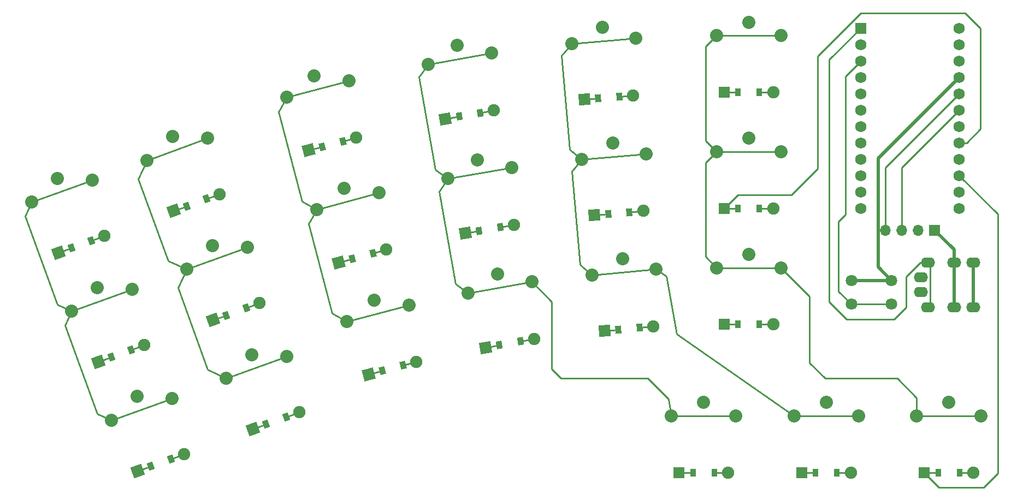
<source format=gbr>
%TF.GenerationSoftware,KiCad,Pcbnew,7.0.2*%
%TF.CreationDate,2023-07-05T19:02:59-04:00*%
%TF.ProjectId,paul,7061756c-2e6b-4696-9361-645f70636258,v1.0.0*%
%TF.SameCoordinates,Original*%
%TF.FileFunction,Copper,L1,Top*%
%TF.FilePolarity,Positive*%
%FSLAX46Y46*%
G04 Gerber Fmt 4.6, Leading zero omitted, Abs format (unit mm)*
G04 Created by KiCad (PCBNEW 7.0.2) date 2023-07-05 19:02:59*
%MOMM*%
%LPD*%
G01*
G04 APERTURE LIST*
G04 Aperture macros list*
%AMRotRect*
0 Rectangle, with rotation*
0 The origin of the aperture is its center*
0 $1 length*
0 $2 width*
0 $3 Rotation angle, in degrees counterclockwise*
0 Add horizontal line*
21,1,$1,$2,0,0,$3*%
G04 Aperture macros list end*
%TA.AperFunction,ComponentPad*%
%ADD10C,2.032000*%
%TD*%
%TA.AperFunction,SMDPad,CuDef*%
%ADD11RotRect,0.900000X1.200000X20.000000*%
%TD*%
%TA.AperFunction,ComponentPad*%
%ADD12RotRect,1.778000X1.778000X20.000000*%
%TD*%
%TA.AperFunction,ComponentPad*%
%ADD13C,1.905000*%
%TD*%
%TA.AperFunction,ComponentPad*%
%ADD14RotRect,1.778000X1.778000X15.000000*%
%TD*%
%TA.AperFunction,SMDPad,CuDef*%
%ADD15RotRect,0.900000X1.200000X15.000000*%
%TD*%
%TA.AperFunction,SMDPad,CuDef*%
%ADD16RotRect,0.900000X1.200000X10.000000*%
%TD*%
%TA.AperFunction,ComponentPad*%
%ADD17RotRect,1.778000X1.778000X10.000000*%
%TD*%
%TA.AperFunction,SMDPad,CuDef*%
%ADD18RotRect,0.900000X1.200000X5.000000*%
%TD*%
%TA.AperFunction,ComponentPad*%
%ADD19RotRect,1.778000X1.778000X5.000000*%
%TD*%
%TA.AperFunction,SMDPad,CuDef*%
%ADD20R,0.900000X1.200000*%
%TD*%
%TA.AperFunction,ComponentPad*%
%ADD21R,1.778000X1.778000*%
%TD*%
%TA.AperFunction,ComponentPad*%
%ADD22R,1.752600X1.752600*%
%TD*%
%TA.AperFunction,ComponentPad*%
%ADD23C,1.752600*%
%TD*%
%TA.AperFunction,ComponentPad*%
%ADD24O,1.700000X1.700000*%
%TD*%
%TA.AperFunction,ComponentPad*%
%ADD25R,1.700000X1.700000*%
%TD*%
%TA.AperFunction,ComponentPad*%
%ADD26C,1.800000*%
%TD*%
%TA.AperFunction,ComponentPad*%
%ADD27O,2.200000X1.600000*%
%TD*%
%TA.AperFunction,Conductor*%
%ADD28C,0.250000*%
%TD*%
%TA.AperFunction,Conductor*%
%ADD29C,0.500000*%
%TD*%
G04 APERTURE END LIST*
D10*
%TO.P,S1,1*%
%TO.N,F4*%
X99918191Y-120400482D03*
%TO.P,S1,2*%
%TO.N,farPinky_bottom*%
X94501485Y-120137229D03*
%TO.P,S1,1*%
%TO.N,F4*%
X90521264Y-123820684D03*
%TO.P,S1,2*%
%TO.N,farPinky_bottom*%
X94501485Y-120137229D03*
%TD*%
%TO.P,S2,1*%
%TO.N,F4*%
X93761829Y-103486014D03*
%TO.P,S2,2*%
%TO.N,farPinky_home*%
X88345123Y-103222761D03*
%TO.P,S2,1*%
%TO.N,F4*%
X84364902Y-106906216D03*
%TO.P,S2,2*%
%TO.N,farPinky_home*%
X88345123Y-103222761D03*
%TD*%
%TO.P,S3,1*%
%TO.N,F4*%
X87605470Y-86571548D03*
%TO.P,S3,2*%
%TO.N,farPinky_top*%
X82188764Y-86308295D03*
%TO.P,S3,1*%
%TO.N,F4*%
X78208543Y-89991750D03*
%TO.P,S3,2*%
%TO.N,farPinky_top*%
X82188764Y-86308295D03*
%TD*%
%TO.P,S4,1*%
%TO.N,F5*%
X117772353Y-113902101D03*
%TO.P,S4,2*%
%TO.N,pinky_bottom*%
X112355647Y-113638848D03*
%TO.P,S4,1*%
%TO.N,F5*%
X108375426Y-117322303D03*
%TO.P,S4,2*%
%TO.N,pinky_bottom*%
X112355647Y-113638848D03*
%TD*%
%TO.P,S5,1*%
%TO.N,F5*%
X111615988Y-96987635D03*
%TO.P,S5,2*%
%TO.N,pinky_home*%
X106199282Y-96724382D03*
%TO.P,S5,1*%
%TO.N,F5*%
X102219061Y-100407837D03*
%TO.P,S5,2*%
%TO.N,pinky_home*%
X106199282Y-96724382D03*
%TD*%
%TO.P,S6,1*%
%TO.N,F5*%
X105459625Y-80073166D03*
%TO.P,S6,2*%
%TO.N,pinky_top*%
X100042919Y-79809913D03*
%TO.P,S6,1*%
%TO.N,F5*%
X96062698Y-83493368D03*
%TO.P,S6,2*%
%TO.N,pinky_top*%
X100042919Y-79809913D03*
%TD*%
%TO.P,S7,2*%
%TO.N,ring_bottom*%
X131325255Y-105195079D03*
%TO.P,S7,1*%
%TO.N,F6*%
X127039145Y-108517618D03*
%TO.P,S7,2*%
%TO.N,ring_bottom*%
X131325255Y-105195079D03*
%TO.P,S7,1*%
%TO.N,F6*%
X136698404Y-105929428D03*
%TD*%
%TO.P,S8,1*%
%TO.N,F6*%
X132039661Y-88542769D03*
%TO.P,S8,2*%
%TO.N,ring_home*%
X126666512Y-87808420D03*
%TO.P,S8,1*%
%TO.N,F6*%
X122380402Y-91130959D03*
%TO.P,S8,2*%
%TO.N,ring_home*%
X126666512Y-87808420D03*
%TD*%
%TO.P,S9,1*%
%TO.N,F6*%
X127380927Y-71156100D03*
%TO.P,S9,2*%
%TO.N,ring_top*%
X122007778Y-70421751D03*
%TO.P,S9,1*%
%TO.N,F6*%
X117721668Y-73744290D03*
%TO.P,S9,2*%
%TO.N,ring_top*%
X122007778Y-70421751D03*
%TD*%
%TO.P,S10,1*%
%TO.N,F7*%
X155727873Y-102331898D03*
%TO.P,S10,2*%
%TO.N,middle_bottom*%
X150439173Y-101132042D03*
%TO.P,S10,1*%
%TO.N,F7*%
X145879795Y-104068379D03*
%TO.P,S10,2*%
%TO.N,middle_bottom*%
X150439173Y-101132042D03*
%TD*%
%TO.P,S11,1*%
%TO.N,F7*%
X152602212Y-84605355D03*
%TO.P,S11,2*%
%TO.N,middle_home*%
X147313512Y-83405499D03*
%TO.P,S11,1*%
%TO.N,F7*%
X142754134Y-86341836D03*
%TO.P,S11,2*%
%TO.N,middle_home*%
X147313512Y-83405499D03*
%TD*%
%TO.P,S12,1*%
%TO.N,F7*%
X149476541Y-66878821D03*
%TO.P,S12,2*%
%TO.N,middle_top*%
X144187841Y-65678965D03*
%TO.P,S12,1*%
%TO.N,F7*%
X139628463Y-68615302D03*
%TO.P,S12,2*%
%TO.N,middle_top*%
X144187841Y-65678965D03*
%TD*%
%TO.P,S13,1*%
%TO.N,B1*%
X174998475Y-100406580D03*
%TO.P,S13,2*%
%TO.N,index_bottom*%
X169834474Y-98750350D03*
%TO.P,S13,1*%
%TO.N,B1*%
X165036528Y-101278138D03*
%TO.P,S13,2*%
%TO.N,index_bottom*%
X169834474Y-98750350D03*
%TD*%
%TO.P,S14,1*%
%TO.N,B1*%
X173429677Y-82475071D03*
%TO.P,S14,2*%
%TO.N,index_home*%
X168265676Y-80818841D03*
%TO.P,S14,1*%
%TO.N,B1*%
X163467730Y-83346629D03*
%TO.P,S14,2*%
%TO.N,index_home*%
X168265676Y-80818841D03*
%TD*%
%TO.P,S15,1*%
%TO.N,B1*%
X171860869Y-64543570D03*
%TO.P,S15,2*%
%TO.N,index_top*%
X166696868Y-62887340D03*
%TO.P,S15,1*%
%TO.N,B1*%
X161898922Y-65415128D03*
%TO.P,S15,2*%
%TO.N,index_top*%
X166696868Y-62887340D03*
%TD*%
%TO.P,S16,1*%
%TO.N,B3*%
X194363552Y-100168132D03*
%TO.P,S16,2*%
%TO.N,inner_bottom*%
X189363552Y-98068132D03*
%TO.P,S16,1*%
%TO.N,B3*%
X184363552Y-100168132D03*
%TO.P,S16,2*%
%TO.N,inner_bottom*%
X189363552Y-98068132D03*
%TD*%
%TO.P,S17,1*%
%TO.N,B3*%
X194363547Y-82168138D03*
%TO.P,S17,2*%
%TO.N,inner_home*%
X189363547Y-80068138D03*
%TO.P,S17,1*%
%TO.N,B3*%
X184363547Y-82168138D03*
%TO.P,S17,2*%
%TO.N,inner_home*%
X189363547Y-80068138D03*
%TD*%
%TO.P,S18,1*%
%TO.N,B3*%
X194363549Y-64168131D03*
%TO.P,S18,2*%
%TO.N,inner_top*%
X189363549Y-62068131D03*
%TO.P,S18,1*%
%TO.N,B3*%
X184363549Y-64168131D03*
%TO.P,S18,2*%
%TO.N,inner_top*%
X189363549Y-62068131D03*
%TD*%
%TO.P,S19,1*%
%TO.N,F7*%
X187363553Y-123168134D03*
%TO.P,S19,2*%
%TO.N,near_thumb*%
X182363553Y-121068134D03*
%TO.P,S19,1*%
%TO.N,F7*%
X177363553Y-123168134D03*
%TO.P,S19,2*%
%TO.N,near_thumb*%
X182363553Y-121068134D03*
%TD*%
%TO.P,S20,1*%
%TO.N,B1*%
X206363550Y-123168136D03*
%TO.P,S20,2*%
%TO.N,home_thumb*%
X201363550Y-121068136D03*
%TO.P,S20,1*%
%TO.N,B1*%
X196363550Y-123168136D03*
%TO.P,S20,2*%
%TO.N,home_thumb*%
X201363550Y-121068136D03*
%TD*%
%TO.P,S21,1*%
%TO.N,B3*%
X225363548Y-123168134D03*
%TO.P,S21,2*%
%TO.N,far_thumb*%
X220363548Y-121068134D03*
%TO.P,S21,1*%
%TO.N,B3*%
X215363548Y-123168134D03*
%TO.P,S21,2*%
%TO.N,far_thumb*%
X220363548Y-121068134D03*
%TD*%
D11*
%TO.P,D1,1*%
%TO.N,D7*%
X96679015Y-130944219D03*
%TO.P,D1,2*%
%TO.N,farPinky_bottom*%
X99780001Y-129815553D03*
D12*
%TO.P,D1,1*%
%TO.N,D7*%
X94649279Y-131682983D03*
D13*
%TO.P,D1,2*%
%TO.N,farPinky_bottom*%
X101809737Y-129076789D03*
%TD*%
D11*
%TO.P,D2,1*%
%TO.N,C6*%
X90522651Y-114029746D03*
%TO.P,D2,2*%
%TO.N,farPinky_home*%
X93623637Y-112901080D03*
D12*
%TO.P,D2,1*%
%TO.N,C6*%
X88492915Y-114768510D03*
D13*
%TO.P,D2,2*%
%TO.N,farPinky_home*%
X95653373Y-112162316D03*
%TD*%
D11*
%TO.P,D3,1*%
%TO.N,D4*%
X84366286Y-97115281D03*
%TO.P,D3,2*%
%TO.N,farPinky_top*%
X87467272Y-95986615D03*
D12*
%TO.P,D3,1*%
%TO.N,D4*%
X82336550Y-97854045D03*
D13*
%TO.P,D3,2*%
%TO.N,farPinky_top*%
X89497008Y-95247851D03*
%TD*%
D11*
%TO.P,D4,1*%
%TO.N,D7*%
X114533173Y-124445829D03*
%TO.P,D4,2*%
%TO.N,pinky_bottom*%
X117634159Y-123317163D03*
D12*
%TO.P,D4,1*%
%TO.N,D7*%
X112503437Y-125184593D03*
D13*
%TO.P,D4,2*%
%TO.N,pinky_bottom*%
X119663895Y-122578399D03*
%TD*%
D11*
%TO.P,D5,1*%
%TO.N,C6*%
X108376812Y-107531364D03*
%TO.P,D5,2*%
%TO.N,pinky_home*%
X111477798Y-106402698D03*
D12*
%TO.P,D5,1*%
%TO.N,C6*%
X106347076Y-108270128D03*
D13*
%TO.P,D5,2*%
%TO.N,pinky_home*%
X113507534Y-105663934D03*
%TD*%
D11*
%TO.P,D6,1*%
%TO.N,D4*%
X102220446Y-90616893D03*
%TO.P,D6,2*%
%TO.N,pinky_top*%
X105321432Y-89488227D03*
D12*
%TO.P,D6,1*%
%TO.N,D4*%
X100190710Y-91355657D03*
D13*
%TO.P,D6,2*%
%TO.N,pinky_top*%
X107351168Y-88749463D03*
%TD*%
%TO.P,D7,2*%
%TO.N,ring_bottom*%
X137826565Y-114737567D03*
D14*
%TO.P,D7,1*%
%TO.N,D7*%
X130466211Y-116709769D03*
D15*
%TO.P,D7,2*%
%TO.N,ring_bottom*%
X135740166Y-115296617D03*
%TO.P,D7,1*%
%TO.N,D7*%
X132552610Y-116150719D03*
%TD*%
%TO.P,D8,1*%
%TO.N,C6*%
X127893863Y-98764059D03*
%TO.P,D8,2*%
%TO.N,ring_home*%
X131081419Y-97909957D03*
D14*
%TO.P,D8,1*%
%TO.N,C6*%
X125807464Y-99323109D03*
D13*
%TO.P,D8,2*%
%TO.N,ring_home*%
X133167818Y-97350907D03*
%TD*%
D15*
%TO.P,D9,1*%
%TO.N,D4*%
X123235120Y-81377390D03*
%TO.P,D9,2*%
%TO.N,ring_top*%
X126422676Y-80523288D03*
D14*
%TO.P,D9,1*%
%TO.N,D4*%
X121148721Y-81936440D03*
D13*
%TO.P,D9,2*%
%TO.N,ring_top*%
X128509075Y-79964238D03*
%TD*%
D16*
%TO.P,D10,1*%
%TO.N,D7*%
X150707006Y-112152965D03*
%TO.P,D10,2*%
%TO.N,middle_bottom*%
X153956872Y-111579927D03*
D17*
%TO.P,D10,1*%
%TO.N,D7*%
X148579821Y-112528046D03*
D13*
%TO.P,D10,2*%
%TO.N,middle_bottom*%
X156084057Y-111204846D03*
%TD*%
D16*
%TO.P,D11,1*%
%TO.N,C6*%
X147581344Y-94426427D03*
%TO.P,D11,2*%
%TO.N,middle_home*%
X150831210Y-93853389D03*
D17*
%TO.P,D11,1*%
%TO.N,C6*%
X145454159Y-94801508D03*
D13*
%TO.P,D11,2*%
%TO.N,middle_home*%
X152958395Y-93478308D03*
%TD*%
D16*
%TO.P,D12,1*%
%TO.N,D4*%
X144455671Y-76699883D03*
%TO.P,D12,2*%
%TO.N,middle_top*%
X147705537Y-76126845D03*
D17*
%TO.P,D12,1*%
%TO.N,D4*%
X142328486Y-77074964D03*
D13*
%TO.P,D12,2*%
%TO.N,middle_top*%
X149832722Y-75751764D03*
%TD*%
D18*
%TO.P,D13,1*%
%TO.N,D7*%
X169140757Y-109752676D03*
%TO.P,D13,2*%
%TO.N,index_bottom*%
X172428199Y-109465062D03*
D19*
%TO.P,D13,1*%
%TO.N,D7*%
X166988976Y-109940932D03*
D13*
%TO.P,D13,2*%
%TO.N,index_bottom*%
X174579980Y-109276806D03*
%TD*%
D18*
%TO.P,D14,1*%
%TO.N,C6*%
X167571949Y-91821171D03*
%TO.P,D14,2*%
%TO.N,index_home*%
X170859391Y-91533557D03*
D19*
%TO.P,D14,1*%
%TO.N,C6*%
X165420168Y-92009427D03*
D13*
%TO.P,D14,2*%
%TO.N,index_home*%
X173011172Y-91345301D03*
%TD*%
D18*
%TO.P,D15,1*%
%TO.N,D4*%
X166003146Y-73889669D03*
%TO.P,D15,2*%
%TO.N,index_top*%
X169290588Y-73602055D03*
D19*
%TO.P,D15,1*%
%TO.N,D4*%
X163851365Y-74077925D03*
D13*
%TO.P,D15,2*%
%TO.N,index_top*%
X171442369Y-73413799D03*
%TD*%
D20*
%TO.P,D16,1*%
%TO.N,D7*%
X187713546Y-108968133D03*
%TO.P,D16,2*%
%TO.N,inner_bottom*%
X191013546Y-108968133D03*
D21*
%TO.P,D16,1*%
%TO.N,D7*%
X185553546Y-108968133D03*
D13*
%TO.P,D16,2*%
%TO.N,inner_bottom*%
X193173546Y-108968133D03*
%TD*%
D20*
%TO.P,D17,1*%
%TO.N,C6*%
X187713549Y-90968133D03*
%TO.P,D17,2*%
%TO.N,inner_home*%
X191013549Y-90968133D03*
D21*
%TO.P,D17,1*%
%TO.N,C6*%
X185553549Y-90968133D03*
D13*
%TO.P,D17,2*%
%TO.N,inner_home*%
X193173549Y-90968133D03*
%TD*%
D20*
%TO.P,D18,1*%
%TO.N,D4*%
X187713551Y-72968133D03*
%TO.P,D18,2*%
%TO.N,inner_top*%
X191013551Y-72968133D03*
D21*
%TO.P,D18,1*%
%TO.N,D4*%
X185553551Y-72968133D03*
D13*
%TO.P,D18,2*%
%TO.N,inner_top*%
X193173551Y-72968133D03*
%TD*%
D20*
%TO.P,D19,1*%
%TO.N,E6*%
X180713550Y-131968134D03*
%TO.P,D19,2*%
%TO.N,near_thumb*%
X184013550Y-131968134D03*
D21*
%TO.P,D19,1*%
%TO.N,E6*%
X178553550Y-131968134D03*
D13*
%TO.P,D19,2*%
%TO.N,near_thumb*%
X186173550Y-131968134D03*
%TD*%
D20*
%TO.P,D20,1*%
%TO.N,E6*%
X199713549Y-131968138D03*
%TO.P,D20,2*%
%TO.N,home_thumb*%
X203013549Y-131968138D03*
D21*
%TO.P,D20,1*%
%TO.N,E6*%
X197553549Y-131968138D03*
D13*
%TO.P,D20,2*%
%TO.N,home_thumb*%
X205173549Y-131968138D03*
%TD*%
D20*
%TO.P,D21,1*%
%TO.N,E6*%
X218713552Y-131968130D03*
%TO.P,D21,2*%
%TO.N,far_thumb*%
X222013552Y-131968130D03*
D21*
%TO.P,D21,1*%
%TO.N,E6*%
X216553552Y-131968130D03*
D13*
%TO.P,D21,2*%
%TO.N,far_thumb*%
X224173552Y-131968130D03*
%TD*%
D22*
%TO.P,MCU1,1*%
%TO.N,B0*%
X206743550Y-62998131D03*
D23*
%TO.P,MCU1,2*%
%TO.N,GND*%
X206743550Y-65538131D03*
%TO.P,MCU1,3*%
%TO.N,RST*%
X206743550Y-68078131D03*
%TO.P,MCU1,4*%
%TO.N,VCC*%
X206743550Y-70618131D03*
%TO.P,MCU1,5*%
%TO.N,F4*%
X206743550Y-73158131D03*
%TO.P,MCU1,6*%
%TO.N,F5*%
X206743550Y-75698131D03*
%TO.P,MCU1,7*%
%TO.N,F6*%
X206743550Y-78238131D03*
%TO.P,MCU1,8*%
%TO.N,F7*%
X206743550Y-80778131D03*
%TO.P,MCU1,9*%
%TO.N,B1*%
X206743550Y-83318131D03*
%TO.P,MCU1,10*%
%TO.N,B3*%
X206743550Y-85858131D03*
%TO.P,MCU1,11*%
%TO.N,B2*%
X206743550Y-88398131D03*
%TO.P,MCU1,12*%
%TO.N,B6*%
X206743550Y-90938131D03*
%TO.P,MCU1,13*%
%TO.N,D3*%
X221983550Y-62998131D03*
%TO.P,MCU1,14*%
%TO.N,D2*%
X221983550Y-65538131D03*
%TO.P,MCU1,15*%
%TO.N,GND*%
X221983550Y-68078131D03*
%TO.P,MCU1,16*%
X221983550Y-70618131D03*
%TO.P,MCU1,17*%
%TO.N,D1*%
X221983550Y-73158131D03*
%TO.P,MCU1,18*%
%TO.N,D0*%
X221983550Y-75698131D03*
%TO.P,MCU1,19*%
%TO.N,D4*%
X221983550Y-78238131D03*
%TO.P,MCU1,20*%
%TO.N,C6*%
X221983550Y-80778131D03*
%TO.P,MCU1,21*%
%TO.N,D7*%
X221983550Y-83318131D03*
%TO.P,MCU1,22*%
%TO.N,E6*%
X221983550Y-85858131D03*
%TO.P,MCU1,23*%
%TO.N,B4*%
X221983550Y-88398131D03*
%TO.P,MCU1,24*%
%TO.N,B5*%
X221983550Y-90938131D03*
%TD*%
D24*
%TO.P,OLED1,4*%
%TO.N,D1*%
X210543555Y-94368135D03*
%TO.P,OLED1,3*%
%TO.N,D0*%
X213083555Y-94368135D03*
%TO.P,OLED1,2*%
%TO.N,VCC*%
X215623555Y-94368135D03*
D25*
%TO.P,OLED1,1*%
%TO.N,GND*%
X218163555Y-94368135D03*
%TD*%
D26*
%TO.P,B1,1*%
%TO.N,GND*%
X205263549Y-102118135D03*
X211463549Y-102118135D03*
%TO.P,B1,2*%
%TO.N,RST*%
X205263549Y-105818135D03*
X211463549Y-105818135D03*
%TD*%
D27*
%TO.P,TRRS1,1*%
%TO.N,GND*%
X216063548Y-101668133D03*
%TO.P,TRRS1,2*%
%TO.N,B0*%
X217163548Y-106268133D03*
%TO.P,TRRS1,3*%
%TO.N,GND*%
X221163548Y-106268133D03*
%TO.P,TRRS1,4*%
%TO.N,VCC*%
X224163548Y-106268133D03*
%TO.P,TRRS1,1*%
%TO.N,GND*%
X216063548Y-103968133D03*
%TO.P,TRRS1,2*%
%TO.N,B0*%
X217163548Y-99368133D03*
%TO.P,TRRS1,3*%
%TO.N,GND*%
X221163548Y-99368133D03*
%TO.P,TRRS1,4*%
%TO.N,VCC*%
X224163548Y-99368133D03*
%TD*%
D28*
%TO.N,C6*%
X187713549Y-90968133D02*
X185553549Y-90968133D01*
%TO.N,inner_home*%
X193173549Y-90968133D02*
X191013549Y-90968133D01*
%TO.N,D4*%
X187713551Y-72968133D02*
X185553551Y-72968133D01*
%TO.N,inner_top*%
X193173551Y-72968133D02*
X191013551Y-72968133D01*
%TO.N,C6*%
X167571949Y-91821170D02*
X165420168Y-92009427D01*
%TO.N,index_home*%
X173011172Y-91345300D02*
X170859391Y-91533557D01*
%TO.N,D4*%
X166003146Y-73889669D02*
X163851365Y-74077925D01*
%TO.N,index_top*%
X171442369Y-73413799D02*
X169290588Y-73602055D01*
%TO.N,C6*%
X147581345Y-94426427D02*
X145454159Y-94801507D01*
%TO.N,middle_home*%
X152958395Y-93478308D02*
X150831210Y-93853388D01*
%TO.N,D4*%
X144455671Y-76699884D02*
X142328486Y-77074963D01*
%TO.N,middle_top*%
X149832722Y-75751764D02*
X148444996Y-75996457D01*
X148444996Y-75996457D02*
X149832723Y-75751766D01*
X147705537Y-76126844D02*
X148444996Y-75996457D01*
%TO.N,C6*%
X127893863Y-98764059D02*
X125807464Y-99323108D01*
%TO.N,ring_home*%
X133167818Y-97350908D02*
X131081419Y-97909956D01*
%TO.N,D4*%
X123235121Y-81377390D02*
X121148720Y-81936440D01*
%TO.N,ring_top*%
X128509076Y-79964239D02*
X126422676Y-80523287D01*
%TO.N,D4*%
X84366286Y-97115280D02*
X82336551Y-97854044D01*
%TO.N,farPinky_top*%
X89497007Y-95247852D02*
X87467272Y-95986614D01*
%TO.N,D4*%
X102220447Y-90616894D02*
X100190710Y-91355657D01*
%TO.N,pinky_top*%
X107351168Y-88749463D02*
X105321431Y-89488227D01*
%TO.N,C6*%
X108376813Y-107531365D02*
X106347077Y-108270127D01*
%TO.N,pinky_home*%
X113507534Y-105663935D02*
X111477798Y-106402699D01*
%TO.N,C6*%
X90522651Y-114029747D02*
X88492916Y-114768511D01*
%TO.N,farPinky_home*%
X95653373Y-112162317D02*
X93623637Y-112901080D01*
%TO.N,D7*%
X96679014Y-130944220D02*
X94649279Y-131682983D01*
%TO.N,farPinky_bottom*%
X101809736Y-129076789D02*
X99780001Y-129815553D01*
%TO.N,D7*%
X114533173Y-124445830D02*
X112503436Y-125184592D01*
%TO.N,pinky_bottom*%
X119663895Y-122578399D02*
X117634158Y-123317163D01*
%TO.N,D7*%
X132552609Y-116150720D02*
X130466211Y-116709769D01*
%TO.N,ring_bottom*%
X137826564Y-114737568D02*
X135740165Y-115296617D01*
%TO.N,D7*%
X150707006Y-112152967D02*
X148579821Y-112528046D01*
%TO.N,middle_bottom*%
X156084057Y-111204847D02*
X153956871Y-111579927D01*
%TO.N,D7*%
X169140754Y-109752676D02*
X166988974Y-109940930D01*
%TO.N,index_bottom*%
X174579978Y-109276805D02*
X172428198Y-109465063D01*
%TO.N,D7*%
X187713544Y-108968133D02*
X185553546Y-108968133D01*
%TO.N,inner_bottom*%
X193173545Y-108968134D02*
X191013544Y-108968133D01*
%TO.N,E6*%
X180713550Y-131968135D02*
X178553550Y-131968134D01*
%TO.N,near_thumb*%
X186173551Y-131968134D02*
X184013551Y-131968135D01*
%TO.N,E6*%
X199713550Y-131968138D02*
X197553549Y-131968136D01*
%TO.N,home_thumb*%
X205173550Y-131968137D02*
X203013549Y-131968138D01*
%TO.N,E6*%
X218713551Y-131968130D02*
X216553552Y-131968131D01*
%TO.N,far_thumb*%
X224173551Y-131968130D02*
X222013551Y-131968131D01*
D29*
%TO.N,GND*%
X221163548Y-97368130D02*
X218163555Y-94368134D01*
X221163549Y-99368133D02*
X221163548Y-97368130D01*
D28*
%TO.N,B0*%
X201845682Y-67896000D02*
X206743551Y-62998132D01*
X211895683Y-108137604D02*
X204505682Y-108137605D01*
X201845683Y-105477606D02*
X201845682Y-67896000D01*
X213715683Y-106317606D02*
X211895683Y-108137604D01*
X204505682Y-108137605D02*
X201845683Y-105477606D01*
X213715681Y-101598413D02*
X213715683Y-106317606D01*
X215945963Y-99368132D02*
X213715681Y-101598413D01*
X217163549Y-99368131D02*
X215945963Y-99368132D01*
%TO.N,C6*%
X223135154Y-80778132D02*
X221983549Y-80778132D01*
X225275681Y-78637605D02*
X223135154Y-80778132D01*
X225275681Y-63027606D02*
X225275681Y-78637605D01*
X206711478Y-60627606D02*
X222875683Y-60627605D01*
X195995680Y-88847605D02*
X200005682Y-84837605D01*
X200005683Y-67333399D02*
X206711478Y-60627606D01*
X187674080Y-88847604D02*
X195995680Y-88847605D01*
X200005682Y-84837605D02*
X200005683Y-67333399D01*
X222875683Y-60627605D02*
X225275681Y-63027606D01*
X185553553Y-90968134D02*
X187674080Y-88847604D01*
%TO.N,RST*%
X204335682Y-91947605D02*
X203265682Y-93017605D01*
X203265682Y-93017605D02*
X203265682Y-103820270D01*
X204335681Y-70486000D02*
X204335682Y-91947605D01*
X203265682Y-103820270D02*
X205263548Y-105818135D01*
X206743548Y-68078131D02*
X204335681Y-70486000D01*
%TO.N,E6*%
X227985684Y-91860264D02*
X221983550Y-85858133D01*
X225795682Y-134217604D02*
X227985683Y-132027605D01*
X218803026Y-134217605D02*
X225795682Y-134217604D01*
X227985683Y-132027605D02*
X227985684Y-91860264D01*
X216553552Y-131968131D02*
X218803026Y-134217605D01*
%TO.N,D4*%
X144455672Y-76699884D02*
X142328487Y-77074965D01*
%TO.N,F4*%
X84364906Y-106906219D02*
X93761831Y-103486015D01*
D29*
%TO.N,GND*%
X209393553Y-100048140D02*
X209393556Y-83208131D01*
X209393556Y-83208131D02*
X221983551Y-70618131D01*
X211463542Y-102118133D02*
X209393553Y-100048140D01*
X205263546Y-102496914D02*
X205244912Y-102515555D01*
X205263546Y-102118134D02*
X205263546Y-102496914D01*
X221163549Y-99368134D02*
X221163550Y-99395552D01*
X211463542Y-102118133D02*
X205263546Y-102118134D01*
D28*
%TO.N,RST*%
X211463547Y-105818135D02*
X205263548Y-105818133D01*
%TO.N,B0*%
X217463552Y-105968135D02*
X217163546Y-106268134D01*
X217463548Y-99668136D02*
X217463552Y-105968135D01*
X217163550Y-99368133D02*
X217463548Y-99668136D01*
D29*
%TO.N,GND*%
X221163549Y-99368134D02*
X221163548Y-106268133D01*
%TO.N,VCC*%
X224163549Y-99368132D02*
X224163552Y-106268131D01*
D28*
%TO.N,D1*%
X210543552Y-84598127D02*
X221983550Y-73158130D01*
X210543553Y-94368136D02*
X210543552Y-84598127D01*
%TO.N,D0*%
X213083554Y-84598130D02*
X221983551Y-75698134D01*
X213083554Y-94368131D02*
X213083554Y-84598130D01*
%TO.N,F7*%
X173687401Y-117320209D02*
X176898634Y-120531440D01*
X160249906Y-117320206D02*
X173687401Y-117320209D01*
X176898634Y-120531440D02*
X177363550Y-123168135D01*
X158829906Y-115900208D02*
X160249906Y-117320206D01*
X158829900Y-105433934D02*
X158829906Y-115900208D01*
X155727875Y-102331901D02*
X158829900Y-105433934D01*
%TO.N,B3*%
X212359906Y-117340204D02*
X215363553Y-120343851D01*
X215363553Y-120343851D02*
X215363551Y-123168133D01*
X201229903Y-117340204D02*
X212359906Y-117340204D01*
X198789904Y-114900206D02*
X201229903Y-117340204D01*
X194363554Y-100168134D02*
X198789904Y-104594484D01*
X198789904Y-104594484D02*
X198789904Y-114900206D01*
X215363551Y-123168133D02*
X225363547Y-123168129D01*
%TO.N,B1*%
X196363547Y-123168135D02*
X206363545Y-123168135D01*
%TO.N,F7*%
X177363550Y-123168135D02*
X187363551Y-123168133D01*
%TO.N,B1*%
X178152416Y-110416559D02*
X196363547Y-123168135D01*
X174998475Y-100406575D02*
X176583020Y-101516088D01*
X176583020Y-101516088D02*
X178152416Y-110416559D01*
%TO.N,F7*%
X143909384Y-102688685D02*
X145879799Y-104068375D01*
X141374430Y-88312254D02*
X143909384Y-102688685D01*
X142754133Y-86341840D02*
X141374430Y-88312254D01*
%TO.N,B3*%
X184363552Y-100168133D02*
X194363554Y-100168134D01*
X182662648Y-98467230D02*
X184363552Y-100168133D01*
X182662650Y-83869036D02*
X182662648Y-98467230D01*
X184363550Y-82168133D02*
X182662650Y-83869036D01*
X184363550Y-82168133D02*
X194363550Y-82168138D01*
X182662651Y-80467240D02*
X184363550Y-82168133D01*
X182662647Y-65869031D02*
X182662651Y-80467240D01*
X184363554Y-64168134D02*
X182662647Y-65869031D01*
X184363554Y-64168134D02*
X194363553Y-64168130D01*
%TO.N,B1*%
X165036530Y-101278140D02*
X174998474Y-100406576D01*
X161921548Y-85189301D02*
X163193864Y-99731952D01*
X163193864Y-99731952D02*
X165036530Y-101278140D01*
X163467726Y-83346629D02*
X161921548Y-85189301D01*
X163467726Y-83346629D02*
X173429671Y-82475075D01*
X160352740Y-67257797D02*
X161625054Y-81800448D01*
X161898918Y-65415131D02*
X160352740Y-67257797D01*
X161625054Y-81800448D02*
X163467726Y-83346629D01*
X171860874Y-64543574D02*
X161898918Y-65415131D01*
%TO.N,F7*%
X145879799Y-104068378D02*
X155727876Y-102331901D01*
X142754128Y-86341839D02*
X152602207Y-84605354D01*
X140783713Y-84962136D02*
X142754128Y-86341839D01*
X139628463Y-68615296D02*
X138248762Y-70585717D01*
X138248762Y-70585717D02*
X140783713Y-84962136D01*
X139628463Y-68615296D02*
X149476546Y-66878812D01*
%TO.N,F6*%
X127039148Y-108517623D02*
X136698405Y-105929425D01*
X121088547Y-93368506D02*
X124801593Y-107225764D01*
X122380405Y-91130950D02*
X121088547Y-93368506D01*
X124801593Y-107225764D02*
X127039148Y-108517623D01*
X122380405Y-91130950D02*
X132039661Y-88542765D01*
X120142839Y-89839099D02*
X122380405Y-91130950D01*
X116429803Y-75981850D02*
X120142839Y-89839099D01*
X117721665Y-73744292D02*
X116429803Y-75981850D01*
X117721665Y-73744292D02*
X127380920Y-71156096D01*
%TO.N,F5*%
X108375428Y-117322309D02*
X117772353Y-113902101D01*
X105504389Y-115983517D02*
X108375428Y-117322309D01*
X100880278Y-103278873D02*
X105504389Y-115983517D01*
X102219063Y-100407830D02*
X100880278Y-103278873D01*
X102219063Y-100407830D02*
X111615994Y-96987635D01*
X99348028Y-99069048D02*
X102219063Y-100407830D01*
X94723914Y-86364402D02*
X99348028Y-99069048D01*
X96062703Y-83493367D02*
X94723914Y-86364402D01*
X96062703Y-83493367D02*
X105459626Y-80073161D01*
%TO.N,F4*%
X90521265Y-123820684D02*
X99918190Y-120400491D01*
X88341201Y-122804107D02*
X90521265Y-123820684D01*
X83348323Y-109086290D02*
X88341201Y-122804107D01*
X84364906Y-106906219D02*
X83348323Y-109086290D01*
X82184835Y-105889631D02*
X84364906Y-106906219D01*
X77191964Y-92171817D02*
X82184835Y-105889631D01*
X78208544Y-89991757D02*
X77191964Y-92171817D01*
X87605462Y-86571555D02*
X78208544Y-89991757D01*
%TD*%
M02*

</source>
